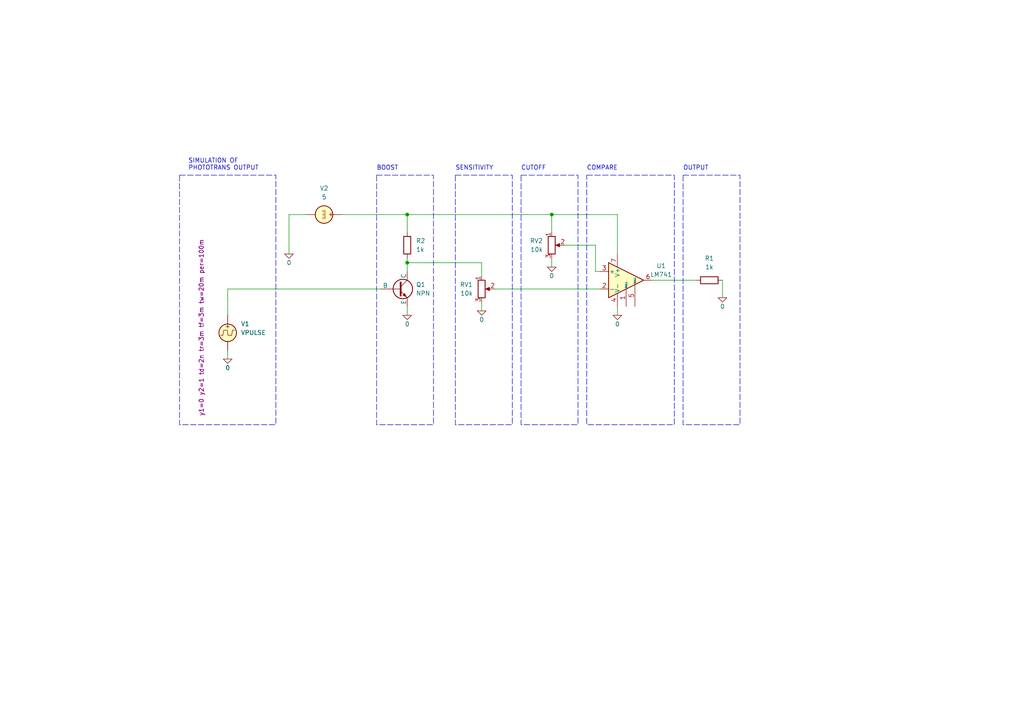
<source format=kicad_sch>
(kicad_sch (version 20230121) (generator eeschema)
  (paper "A4")
  (lib_symbols
    (symbol "Amplifier_Operational:LM741" (pin_names (offset 0.127))
      (property "Reference" "U" (at 0 6.35 0))
      (property "Value" "LM741" (at 0 3.81 0))
      (symbol "LM741_0_1"
        (polyline (pts (xy -5.08 5.08) (xy 5.08 0) (xy -5.08 -5.08) (xy -5.08 5.08)) (stroke (width 0.254)) (fill (type background)))
      )
      (symbol "LM741_1_1"
        (pin input line (at 0 -7.62 90) (length 5.08) (name "NULL") (number "1"))
        (pin input line (at -7.62 -2.54 0) (length 2.54) (name "-") (number "2"))
        (pin input line (at -7.62 2.54 0) (length 2.54) (name "+") (number "3"))
        (pin power_in line (at -2.54 -7.62 90) (length 3.81) (name "V-") (number "4"))
        (pin input line (at 2.54 -7.62 90) (length 6.35) (name "NULL") (number "5"))
        (pin output line (at 7.62 0 180) (length 2.54) (name "~") (number "6"))
        (pin power_in line (at -2.54 7.62 270) (length 3.81) (name "V+") (number "7"))
        (pin no_connect line (at 0 2.54 270) (length 2.54) hide (name "NC") (number "8"))
      )
    )
    (symbol "Device:R" (pin_numbers hide) (pin_names (offset 0))
      (property "Reference" "R" (at 2.032 0 90))
      (property "Value" "R" (at 0 0 90))
      (symbol "R_0_1"
        (rectangle (start -1.016 -2.54) (end 1.016 2.54) (stroke (width 0.254)))
      )
      (symbol "R_1_1"
        (pin passive line (at 0 3.81 270) (length 1.27) (name "~") (number "1"))
        (pin passive line (at 0 -3.81 90) (length 1.27) (name "~") (number "2"))
      )
    )
    (symbol "Device:R_Potentiometer" (pin_names (offset 1.016) hide)
      (property "Reference" "RV" (at -4.445 0 90))
      (property "Value" "R_Potentiometer" (at -2.54 0 90))
      (symbol "R_Potentiometer_0_1"
        (polyline (pts (xy 2.54 0) (xy 1.524 0)))
        (polyline (pts (xy 1.143 0) (xy 2.286 0.508) (xy 2.286 -0.508) (xy 1.143 0)) (fill (type outline)))
        (rectangle (start 1.016 2.54) (end -1.016 -2.54) (stroke (width 0.254)))
      )
      (symbol "R_Potentiometer_1_1"
        (pin passive line (at 0 3.81 270) (length 1.27) (name "1") (number "1"))
        (pin passive line (at 3.81 0 180) (length 1.27) (name "2") (number "2"))
        (pin passive line (at 0 -3.81 90) (length 1.27) (name "3") (number "3"))
      )
    )
    (symbol "Simulation_SPICE:0" (power) (pin_names (offset 0))
      (property "Value" "0" (at 0 -1.778 0))
      (symbol "0_0_1"
        (polyline (pts (xy -1.27 0) (xy 0 -1.27) (xy 1.27 0) (xy -1.27 0)))
      )
      (symbol "0_1_1"
        (pin power_in line (at 0 0 0) (length 0) hide (name "0") (number "1"))
      )
    )
    (symbol "Simulation_SPICE:NPN" (pin_numbers hide) (pin_names (offset 0))
      (property "Reference" "Q" (at -2.54 7.62 0))
      (property "Value" "NPN" (at -2.54 5.08 0))
      (symbol "NPN_0_1"
        (polyline (pts (xy -2.54 0) (xy 0.635 0)) (stroke (width 0.1524)))
        (polyline (pts (xy 0.635 0.635) (xy 2.54 2.54)))
        (polyline (pts (xy 2.794 -1.27) (xy 2.794 -1.27)) (stroke (width 0.1524)))
        (polyline (pts (xy 2.794 -1.27) (xy 2.794 -1.27)) (stroke (width 0.1524)))
        (polyline (pts (xy 0.635 -0.635) (xy 2.54 -2.54) (xy 2.54 -2.54)))
        (polyline (pts (xy 0.635 1.905) (xy 0.635 -1.905) (xy 0.635 -1.905)) (stroke (width 0.508)))
        (polyline (pts (xy 1.27 -1.778) (xy 1.778 -1.27) (xy 2.286 -2.286) (xy 1.27 -1.778) (xy 1.27 -1.778)) (fill (type outline)))
        (circle (center 1.27 0) (radius 2.8194) (stroke (width 0.254)))
      )
      (symbol "NPN_1_1"
        (pin open_collector line (at 2.54 5.08 270) (length 2.54) (name "C") (number "1"))
        (pin input line (at -5.08 0 0) (length 2.54) (name "B") (number "2"))
        (pin open_emitter line (at 2.54 -5.08 90) (length 2.54) (name "E") (number "3"))
      )
    )
    (symbol "Simulation_SPICE:VDC" (pin_numbers hide) (pin_names (offset 0.0254))
      (property "Reference" "V" (at 2.54 2.54 0))
      (property "Value" "1" (at 2.54 0 0))
      (symbol "VDC_0_0"
        (polyline (pts (xy -1.27 0.254) (xy 1.27 0.254)))
        (polyline (pts (xy -0.762 -0.254) (xy -1.27 -0.254)))
        (polyline (pts (xy 0.254 -0.254) (xy -0.254 -0.254)))
        (polyline (pts (xy 1.27 -0.254) (xy 0.762 -0.254)))
        (text "+" (at 0 1.905 0) (effects (font (size 1.27 1.27))))
      )
      (symbol "VDC_0_1"
        (circle (center 0 0) (radius 2.54) (stroke (width 0.254)) (fill (type background)))
      )
      (symbol "VDC_1_1"
        (pin passive line (at 0 5.08 270) (length 2.54) (name "~") (number "1"))
        (pin passive line (at 0 -5.08 90) (length 2.54) (name "~") (number "2"))
      )
    )
    (symbol "Simulation_SPICE:VPULSE" (pin_numbers hide) (pin_names (offset 0.0254))
      (property "Reference" "V" (at 2.54 2.54 0))
      (property "Value" "VPULSE" (at 2.54 0 0))
      (property "Sim.Params" "y1=0 y2=1 td=2n tr=2n tf=2n tw=50n per=100n" (at 2.54 -2.54 0))
      (symbol "VPULSE_0_0"
        (polyline (pts (xy -2.032 -0.762) (xy -1.397 -0.762) (xy -1.143 0.762) (xy -0.127 0.762) (xy 0.127 -0.762) (xy 1.143 -0.762) (xy 1.397 0.762) (xy 2.032 0.762)))
        (text "+" (at 0 1.905 0) (effects (font (size 1.27 1.27))))
      )
      (symbol "VPULSE_0_1"
        (circle (center 0 0) (radius 2.54) (stroke (width 0.254)) (fill (type background)))
      )
      (symbol "VPULSE_1_1"
        (pin passive line (at 0 5.08 270) (length 2.54) (name "~") (number "1"))
        (pin passive line (at 0 -5.08 90) (length 2.54) (name "~") (number "2"))
      )
    )
  )
  (junction (at 118.11 62.23))
  (junction (at 160.02 62.23))
  (junction (at 118.11 76.2))
  (wire (pts (xy 139.7 80.01) (xy 139.7 76.2)))
  (wire (pts (xy 143.51 83.82) (xy 173.99 83.82)))
  (wire (pts (xy 172.72 78.74) (xy 173.99 78.74)))
  (wire (pts (xy 118.11 74.93) (xy 118.11 76.2)))
  (wire (pts (xy 139.7 87.63) (xy 139.7 90.17)))
  (wire (pts (xy 179.07 62.23) (xy 160.02 62.23)))
  (wire (pts (xy 179.07 88.9) (xy 179.07 91.44)))
  (wire (pts (xy 83.82 73.66) (xy 83.82 62.23)))
  (wire (pts (xy 66.04 83.82) (xy 66.04 91.44)))
  (wire (pts (xy 118.11 62.23) (xy 118.11 67.31)))
  (wire (pts (xy 189.23 81.28) (xy 201.93 81.28)))
  (wire (pts (xy 163.83 71.12) (xy 172.72 71.12)))
  (wire (pts (xy 66.04 101.6) (xy 66.04 104.14)))
  (wire (pts (xy 209.55 81.28) (xy 209.55 86.36)))
  (wire (pts (xy 99.06 62.23) (xy 118.11 62.23)))
  (wire (pts (xy 139.7 76.2) (xy 118.11 76.2)))
  (wire (pts (xy 179.07 73.66) (xy 179.07 62.23)))
  (wire (pts (xy 83.82 62.23) (xy 88.9 62.23)))
  (wire (pts (xy 110.49 83.82) (xy 66.04 83.82)))
  (wire (pts (xy 160.02 62.23) (xy 160.02 67.31)))
  (wire (pts (xy 160.02 62.23) (xy 118.11 62.23)))
  (wire (pts (xy 118.11 88.9) (xy 118.11 91.44)))
  (wire (pts (xy 172.72 71.12) (xy 172.72 78.74)))
  (wire (pts (xy 118.11 76.2) (xy 118.11 78.74)))
  (wire (pts (xy 160.02 74.93) (xy 160.02 77.47)))
  (rectangle (start 151.13 50.8) (end 167.64 123.19) (stroke (width 0) (type dash)))
  (rectangle (start 109.22 50.8) (end 125.73 123.19) (stroke (width 0) (type dash)))
  (rectangle (start 198.12 50.8) (end 214.63 123.19) (stroke (width 0) (type dash)))
  (rectangle (start 132.08 50.8) (end 148.59 123.19) (stroke (width 0) (type dash)))
  (rectangle (start 52.07 50.8) (end 80.01 123.19) (stroke (width 0) (type dash)))
  (rectangle (start 170.18 50.8) (end 195.58 123.19) (stroke (width 0) (type dash)))
  (text "BOOST" (at 109.22 49.53 0) (effects (font (size 1.27 1.27)) (justify left bottom)))
  (text "COMPARE" (at 170.18 49.53 0) (effects (font (size 1.27 1.27)) (justify left bottom)))
  (text "SENSITIVITY" (at 132.08 49.53 0) (effects (font (size 1.27 1.27)) (justify left bottom)))
  (text "OUTPUT" (at 198.12 49.53 0) (effects (font (size 1.27 1.27)) (justify left bottom)))
  (text "SIMULATION OF\nPHOTOTRANS OUTPUT" (at 54.61 49.53 0) (effects (font (size 1.27 1.27)) (justify left bottom)))
  (text "CUTOFF" (at 151.13 49.53 0) (effects (font (size 1.27 1.27)) (justify left bottom)))
  (symbol (lib_id "Simulation_SPICE:0") (at 83.82 73.66 0) (unit 1)
    (property "Reference" "#GND02" (effects hide))
    (property "Value" "0" (at 83.82 76.2 0))
  )
  (symbol (lib_id "Simulation_SPICE:0") (at 160.02 77.47 0) (unit 1)
    (property "Reference" "#GND05" (effects hide))
    (property "Value" "0" (at 160.02 80.01 0))
  )
  (symbol (lib_id "Simulation_SPICE:VPULSE") (at 66.04 96.52 0) (unit 1)
    (property "Reference" "V1" (at 69.85 93.9442 0) (effects (justify left)))
    (property "Value" "VPULSE" (at 69.85 96.4842 0) (effects (justify left)))
    (property "Sim.Pins" "1=+ 2=-" (effects hide))
    (property "Sim.Type" "PULSE" (effects hide))
    (property "Sim.Device" "V" (effects hide))
    (property "Sim.Params" "y1=0 y2=1 td=2n tr=3m tf=3m tw=20m per=100m" (at 58.42 120.65 90) (effects (justify left)))
  )
  (symbol (lib_id "Device:R_Potentiometer") (at 139.7 83.82 0) (unit 1)
    (property "Reference" "RV1" (at 137.16 82.55 0) (effects (justify right)))
    (property "Value" "10k" (at 137.16 85.09 0) (effects (justify right)))
    (property "Sim.Device" "R" (effects hide))
    (property "Sim.Type" "POT" (effects hide))
    (property "Sim.Pins" "1=r0 2=wiper 3=r1" (effects hide))
    (property "Sim.Params" "r=10k" (effects hide))
  )
  (symbol (lib_id "Simulation_SPICE:VDC") (at 93.98 62.23 270) (unit 1)
    (property "Reference" "V2" (at 94.0157 54.61 90))
    (property "Value" "5" (at 94.0157 57.15 90))
    (property "Sim.Pins" "1=+ 2=-" (effects hide))
    (property "Sim.Type" "DC" (effects hide))
    (property "Sim.Device" "V" (effects hide))
  )
  (symbol (lib_id "Simulation_SPICE:0") (at 139.7 90.17 0) (unit 1)
    (property "Reference" "#GND04" (effects hide))
    (property "Value" "0" (at 139.7 92.71 0))
  )
  (symbol (lib_id "Simulation_SPICE:0") (at 118.11 91.44 0) (unit 1)
    (property "Reference" "#GND03" (effects hide))
    (property "Value" "0" (at 118.11 93.98 0))
  )
  (symbol (lib_id "Amplifier_Operational:LM741") (at 181.61 81.28 0) (unit 1)
    (property "Reference" "U1" (at 191.77 77.0891 0))
    (property "Value" "LM741" (at 191.77 79.6291 0))
    (property "Datasheet" "http://www.ti.com/lit/ds/symlink/lm741.pdf" (effects hide))
    (property "Sim.Library" "lm741.sub" (effects hide))
    (property "Sim.Name" "uA741" (effects hide))
    (property "Sim.Device" "SUBCKT" (effects hide))
    (property "Sim.Pins" "2=2 3=1 4=4 6=5 7=3" (effects hide))
  )
  (symbol (lib_id "Device:R") (at 205.74 81.28 270) (unit 1)
    (property "Reference" "R1" (at 205.74 74.93 90))
    (property "Value" "1k" (at 205.74 77.47 90))
  )
  (symbol (lib_id "Device:R") (at 118.11 71.12 180) (unit 1)
    (property "Reference" "R2" (at 120.65 69.85 0) (effects (justify right)))
    (property "Value" "1k" (at 120.65 72.39 0) (effects (justify right)))
  )
  (symbol (lib_id "Device:R_Potentiometer") (at 160.02 71.12 0) (unit 1)
    (property "Reference" "RV2" (at 157.48 69.85 0) (effects (justify right)))
    (property "Value" "10k" (at 157.48 72.39 0) (effects (justify right)))
    (property "Sim.Device" "R" (effects hide))
    (property "Sim.Type" "POT" (effects hide))
    (property "Sim.Pins" "1=r0 2=wiper 3=r1" (effects hide))
    (property "Sim.Params" "r=10k pos=0.6" (effects hide))
  )
  (symbol (lib_id "Simulation_SPICE:0") (at 179.07 91.44 0) (unit 1)
    (property "Reference" "#GND06" (effects hide))
    (property "Value" "0" (at 179.07 93.98 0))
  )
  (symbol (lib_id "Simulation_SPICE:0") (at 209.55 86.36 0) (unit 1)
    (property "Reference" "#GND07" (effects hide))
    (property "Value" "0" (at 209.55 88.9 0))
  )
  (symbol (lib_id "Simulation_SPICE:NPN") (at 115.57 83.82 0) (unit 1)
    (property "Reference" "Q1" (at 120.65 82.55 0) (effects (justify left)))
    (property "Value" "NPN" (at 120.65 85.09 0) (effects (justify left)))
    (property "Sim.Device" "NPN" (effects hide))
    (property "Sim.Type" "GUMMELPOON" (effects hide))
    (property "Sim.Pins" "1=C 2=B 3=E" (effects hide))
  )
  (symbol (lib_id "Simulation_SPICE:0") (at 66.04 104.14 0) (unit 1)
    (property "Reference" "#GND01" (effects hide))
    (property "Value" "0" (at 66.04 106.68 0))
  )
)
</source>
